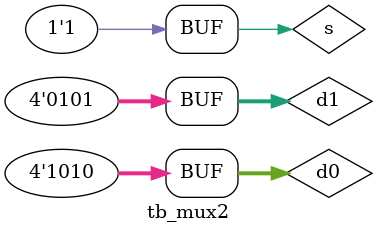
<source format=sv>
module tb_mux2;
  logic [3:0] d0, d1;
  logic s;
  logic [3:0] y;

  mux2 uut (d0, d1, s, y);

  initial begin
    d0 = 4'b0000; d1 = 4'b1111; s = 0;
    #10;

    d0 = 4'b0000; d1 = 4'b1111; s = 1;
    #10;

    d0 = 4'b1010; d1 = 4'b0101; s = 0;
    #10;

    d0 = 4'b1010; d1 = 4'b0101; s = 1;
    #10;
  end
endmodule

</source>
